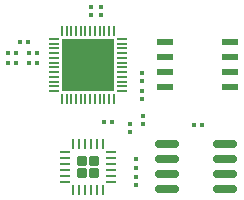
<source format=gbr>
%TF.GenerationSoftware,KiCad,Pcbnew,9.0.1*%
%TF.CreationDate,2025-09-19T11:56:04-04:00*%
%TF.ProjectId,ComputeCore,436f6d70-7574-4654-936f-72652e6b6963,rev?*%
%TF.SameCoordinates,Original*%
%TF.FileFunction,Paste,Top*%
%TF.FilePolarity,Positive*%
%FSLAX46Y46*%
G04 Gerber Fmt 4.6, Leading zero omitted, Abs format (unit mm)*
G04 Created by KiCad (PCBNEW 9.0.1) date 2025-09-19 11:56:04*
%MOMM*%
%LPD*%
G01*
G04 APERTURE LIST*
G04 Aperture macros list*
%AMRoundRect*
0 Rectangle with rounded corners*
0 $1 Rounding radius*
0 $2 $3 $4 $5 $6 $7 $8 $9 X,Y pos of 4 corners*
0 Add a 4 corners polygon primitive as box body*
4,1,4,$2,$3,$4,$5,$6,$7,$8,$9,$2,$3,0*
0 Add four circle primitives for the rounded corners*
1,1,$1+$1,$2,$3*
1,1,$1+$1,$4,$5*
1,1,$1+$1,$6,$7*
1,1,$1+$1,$8,$9*
0 Add four rect primitives between the rounded corners*
20,1,$1+$1,$2,$3,$4,$5,0*
20,1,$1+$1,$4,$5,$6,$7,0*
20,1,$1+$1,$6,$7,$8,$9,0*
20,1,$1+$1,$8,$9,$2,$3,0*%
G04 Aperture macros list end*
%ADD10C,0.000000*%
%ADD11R,1.447800X0.558800*%
%ADD12R,0.863600X0.203200*%
%ADD13R,0.203200X0.863600*%
%ADD14R,4.495800X4.495800*%
%ADD15RoundRect,0.079500X-0.100500X0.079500X-0.100500X-0.079500X0.100500X-0.079500X0.100500X0.079500X0*%
%ADD16RoundRect,0.150000X-0.825000X-0.150000X0.825000X-0.150000X0.825000X0.150000X-0.825000X0.150000X0*%
%ADD17RoundRect,0.212500X-0.212500X-0.212500X0.212500X-0.212500X0.212500X0.212500X-0.212500X0.212500X0*%
%ADD18RoundRect,0.062500X-0.375000X-0.062500X0.375000X-0.062500X0.375000X0.062500X-0.375000X0.062500X0*%
%ADD19RoundRect,0.062500X-0.062500X-0.375000X0.062500X-0.375000X0.062500X0.375000X-0.062500X0.375000X0*%
%ADD20RoundRect,0.079500X-0.079500X-0.100500X0.079500X-0.100500X0.079500X0.100500X-0.079500X0.100500X0*%
%ADD21RoundRect,0.079500X0.100500X-0.079500X0.100500X0.079500X-0.100500X0.079500X-0.100500X-0.079500X0*%
%ADD22RoundRect,0.079500X0.079500X0.100500X-0.079500X0.100500X-0.079500X-0.100500X0.079500X-0.100500X0*%
G04 APERTURE END LIST*
D10*
%TO.C,U1*%
G36*
X165520700Y-79160700D02*
G01*
X164222100Y-79160700D01*
X164222100Y-77862100D01*
X165520700Y-77862100D01*
X165520700Y-79160700D01*
G37*
G36*
X165520700Y-80659300D02*
G01*
X164222100Y-80659300D01*
X164222100Y-79360700D01*
X165520700Y-79360700D01*
X165520700Y-80659300D01*
G37*
G36*
X165520700Y-82157900D02*
G01*
X164222100Y-82157900D01*
X164222100Y-80859300D01*
X165520700Y-80859300D01*
X165520700Y-82157900D01*
G37*
G36*
X167019300Y-79160700D02*
G01*
X165720700Y-79160700D01*
X165720700Y-77862100D01*
X167019300Y-77862100D01*
X167019300Y-79160700D01*
G37*
G36*
X167019300Y-80659300D02*
G01*
X165720700Y-80659300D01*
X165720700Y-79360700D01*
X167019300Y-79360700D01*
X167019300Y-80659300D01*
G37*
G36*
X167019300Y-82157900D02*
G01*
X165720700Y-82157900D01*
X165720700Y-80859300D01*
X167019300Y-80859300D01*
X167019300Y-82157900D01*
G37*
G36*
X168517900Y-79160700D02*
G01*
X167219300Y-79160700D01*
X167219300Y-77862100D01*
X168517900Y-77862100D01*
X168517900Y-79160700D01*
G37*
G36*
X168517900Y-80659300D02*
G01*
X167219300Y-80659300D01*
X167219300Y-79360700D01*
X168517900Y-79360700D01*
X168517900Y-80659300D01*
G37*
G36*
X168517900Y-82157900D02*
G01*
X167219300Y-82157900D01*
X167219300Y-80859300D01*
X168517900Y-80859300D01*
X168517900Y-82157900D01*
G37*
%TD*%
D11*
%TO.C,U2*%
X172910500Y-78105000D03*
X172910500Y-79375000D03*
X172910500Y-80645000D03*
X172910500Y-81915000D03*
X178371500Y-81915000D03*
X178371500Y-80645000D03*
X178371500Y-79375000D03*
X178371500Y-78105000D03*
%TD*%
D12*
%TO.C,U1*%
X163499800Y-77809999D03*
X163499800Y-78210001D03*
X163499800Y-78610000D03*
X163499800Y-79009999D03*
X163499800Y-79410001D03*
X163499800Y-79810000D03*
X163499800Y-80210000D03*
X163499800Y-80609999D03*
X163499800Y-81010001D03*
X163499800Y-81410000D03*
X163499800Y-81809999D03*
X163499800Y-82210001D03*
D13*
X164169999Y-82880200D03*
X164570001Y-82880200D03*
X164970000Y-82880200D03*
X165369999Y-82880200D03*
X165770001Y-82880200D03*
X166170000Y-82880200D03*
X166570000Y-82880200D03*
X166969999Y-82880200D03*
X167370001Y-82880200D03*
X167770000Y-82880200D03*
X168169999Y-82880200D03*
X168570001Y-82880200D03*
D12*
X169240200Y-82210001D03*
X169240200Y-81809999D03*
X169240200Y-81410000D03*
X169240200Y-81010001D03*
X169240200Y-80609999D03*
X169240200Y-80210000D03*
X169240200Y-79810000D03*
X169240200Y-79410001D03*
X169240200Y-79009999D03*
X169240200Y-78610000D03*
X169240200Y-78210001D03*
X169240200Y-77809999D03*
D13*
X168570001Y-77139800D03*
X168169999Y-77139800D03*
X167770000Y-77139800D03*
X167370001Y-77139800D03*
X166969999Y-77139800D03*
X166570000Y-77139800D03*
X166170000Y-77139800D03*
X165770001Y-77139800D03*
X165369999Y-77139800D03*
X164970000Y-77139800D03*
X164570001Y-77139800D03*
X164169999Y-77139800D03*
D14*
X166370000Y-80010000D03*
%TD*%
D15*
%TO.C,R3*%
X170942000Y-81371000D03*
X170942000Y-80681000D03*
%TD*%
D16*
%TO.C,U4*%
X173039000Y-86741000D03*
X173039000Y-88011000D03*
X173039000Y-89281000D03*
X173039000Y-90551000D03*
X177989000Y-90551000D03*
X177989000Y-89281000D03*
X177989000Y-88011000D03*
X177989000Y-86741000D03*
%TD*%
D17*
%TO.C,U3*%
X165865000Y-88138000D03*
X165865000Y-89188000D03*
X166915000Y-88138000D03*
X166915000Y-89188000D03*
D18*
X164452500Y-87413000D03*
X164452500Y-87913000D03*
X164452500Y-88413000D03*
X164452500Y-88913000D03*
X164452500Y-89413000D03*
X164452500Y-89913000D03*
D19*
X165140000Y-90600500D03*
X165640000Y-90600500D03*
X166140000Y-90600500D03*
X166640000Y-90600500D03*
X167140000Y-90600500D03*
X167640000Y-90600500D03*
D18*
X168327500Y-89913000D03*
X168327500Y-89413000D03*
X168327500Y-88913000D03*
X168327500Y-88413000D03*
X168327500Y-87913000D03*
X168327500Y-87413000D03*
D19*
X167640000Y-86725500D03*
X167140000Y-86725500D03*
X166640000Y-86725500D03*
X166140000Y-86725500D03*
X165640000Y-86725500D03*
X165140000Y-86725500D03*
%TD*%
D20*
%TO.C,RLED1*%
X161387000Y-79883000D03*
X162077000Y-79883000D03*
%TD*%
D21*
%TO.C,R7*%
X170434000Y-88701000D03*
X170434000Y-88011000D03*
%TD*%
%TO.C,R5*%
X171069000Y-84993000D03*
X171069000Y-84303000D03*
%TD*%
D15*
%TO.C,R4*%
X169926000Y-84999000D03*
X169926000Y-85689000D03*
%TD*%
D20*
%TO.C,R2*%
X159584000Y-79883000D03*
X160274000Y-79883000D03*
%TD*%
%TO.C,R1*%
X159584000Y-78994000D03*
X160274000Y-78994000D03*
%TD*%
%TO.C,GLED1*%
X161362000Y-78994000D03*
X162052000Y-78994000D03*
%TD*%
D22*
%TO.C,C11*%
X176022000Y-85090000D03*
X175332000Y-85090000D03*
%TD*%
D15*
%TO.C,C10*%
X170434000Y-89510000D03*
X170434000Y-90200000D03*
%TD*%
D20*
%TO.C,C9*%
X167712000Y-84836000D03*
X168402000Y-84836000D03*
%TD*%
D15*
%TO.C,C8*%
X170942000Y-82205000D03*
X170942000Y-82895000D03*
%TD*%
D21*
%TO.C,C6*%
X167513000Y-75783000D03*
X167513000Y-75093000D03*
%TD*%
D20*
%TO.C,C3*%
X160600000Y-78105000D03*
X161290000Y-78105000D03*
%TD*%
D21*
%TO.C,C2*%
X166624000Y-75783000D03*
X166624000Y-75093000D03*
%TD*%
M02*

</source>
